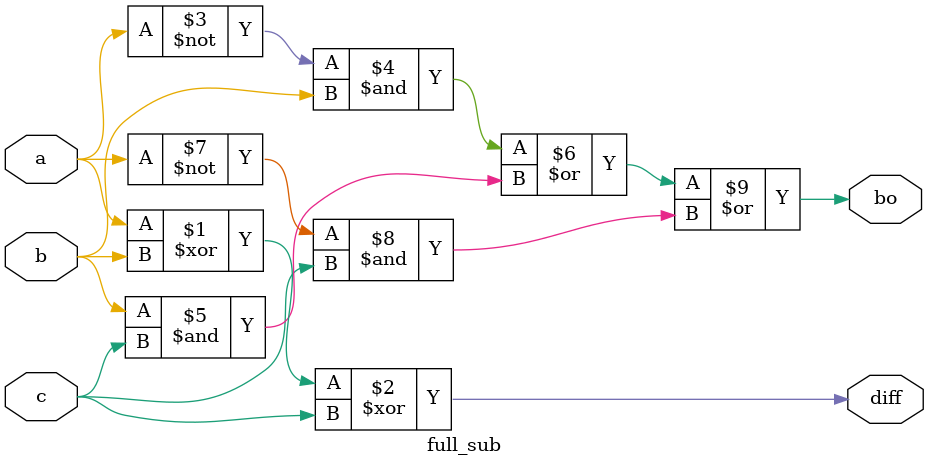
<source format=v>
module full_sub(a,b,c,diff,bo);
input a,b,c;
output diff,bo;
assign diff=a^b^c;
assign bo=(~a&b)|(b&c)|(~a&c);
endmodule

</source>
